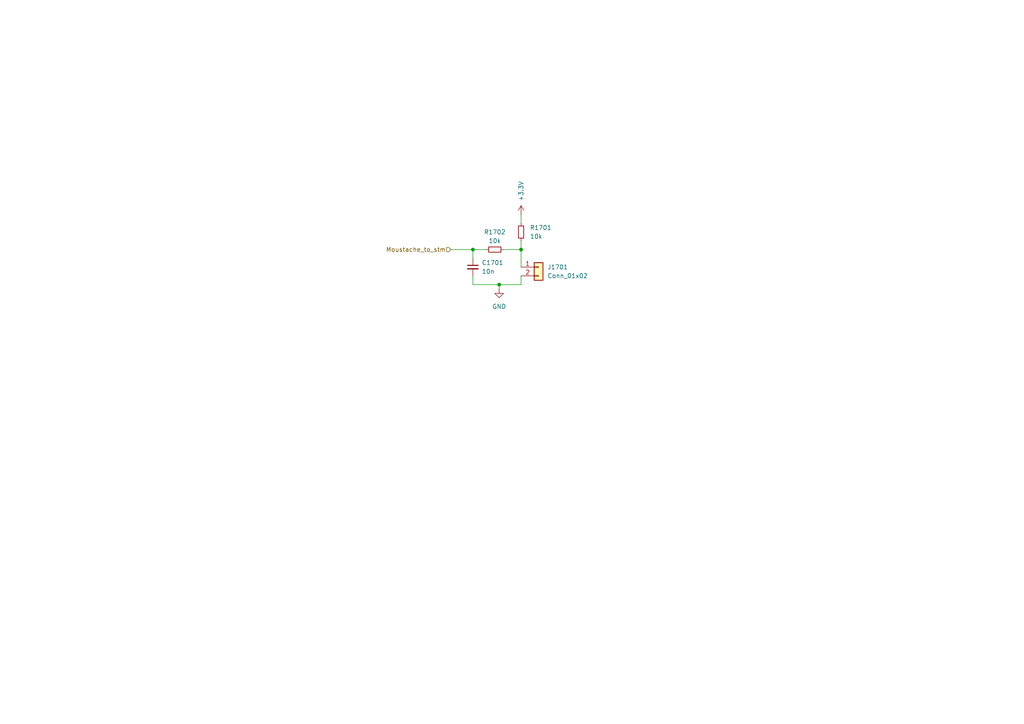
<source format=kicad_sch>
(kicad_sch (version 20231120) (generator "eeschema") (generator_version "8.0")
  (paper "A4")
  (lib_symbols
    (symbol "Connector_Generic:Conn_01x02" (pin_names (offset 1.016) hide)
      (property "Reference" "J" (at 0 2.54 0))
      (property "Value" "Conn_01x02" (at 0 -5.08 0))
      (symbol "Conn_01x02_1_1"
        (rectangle (start -1.27 -2.413) (end 0 -2.667) (stroke (width 0.1524)))
        (rectangle (start -1.27 0.127) (end 0 -0.127) (stroke (width 0.1524)))
        (rectangle (start -1.27 1.27) (end 1.27 -3.81) (stroke (width 0.254)) (fill (type background)))
        (pin passive line (at -5.08 0 0) (length 3.81) (name "Pin_1") (number "1"))
        (pin passive line (at -5.08 -2.54 0) (length 3.81) (name "Pin_2") (number "2"))
      )
    )
    (symbol "Device:C_Small" (pin_numbers hide) (pin_names (offset 0.254) hide)
      (property "Reference" "C" (at 0.254 1.778 0))
      (property "Value" "C_Small" (at 0.254 -2.032 0))
      (symbol "C_Small_0_1"
        (polyline (pts (xy -1.524 -0.508) (xy 1.524 -0.508)) (stroke (width 0.3302)))
        (polyline (pts (xy -1.524 0.508) (xy 1.524 0.508)) (stroke (width 0.3048)))
      )
      (symbol "C_Small_1_1"
        (pin passive line (at 0 2.54 270) (length 2.032) (name "~") (number "1"))
        (pin passive line (at 0 -2.54 90) (length 2.032) (name "~") (number "2"))
      )
    )
    (symbol "Device:R_Small" (pin_numbers hide) (pin_names (offset 0.254) hide)
      (property "Reference" "R" (at 0.762 0.508 0))
      (property "Value" "R_Small" (at 0.762 -1.016 0))
      (symbol "R_Small_0_1"
        (rectangle (start -0.762 1.778) (end 0.762 -1.778) (stroke (width 0.2032)))
      )
      (symbol "R_Small_1_1"
        (pin passive line (at 0 2.54 270) (length 0.762) (name "~") (number "1"))
        (pin passive line (at 0 -2.54 90) (length 0.762) (name "~") (number "2"))
      )
    )
    (symbol "power:+3.3V" (power) (pin_names (offset 0))
      (property "Value" "+3.3V" (at 0 3.556 0))
      (symbol "+3.3V_0_1"
        (polyline (pts (xy -0.762 1.27) (xy 0 2.54)))
        (polyline (pts (xy 0 0) (xy 0 2.54)))
        (polyline (pts (xy 0 2.54) (xy 0.762 1.27)))
      )
      (symbol "+3.3V_1_1"
        (pin power_in line (at 0 0 90) (length 0) hide (name "+3.3V") (number "1"))
      )
    )
    (symbol "power:GND" (power) (pin_numbers hide) (pin_names (offset 0) hide)
      (property "Value" "GND" (at 0 -3.81 0))
      (symbol "GND_0_1"
        (polyline (pts (xy 0 0) (xy 0 -1.27) (xy 1.27 -1.27) (xy 0 -2.54) (xy -1.27 -1.27) (xy 0 -1.27)))
      )
      (symbol "GND_1_1"
        (pin power_in line (at 0 0 270) (length 0) (name "~") (number "1"))
      )
    )
  )
  (junction (at 137.16 72.39))
  (junction (at 144.78 82.55))
  (junction (at 151.13 72.39))
  (wire (pts (xy 151.13 82.55) (xy 151.13 80.01)))
  (wire (pts (xy 144.78 83.82) (xy 144.78 82.55)))
  (wire (pts (xy 137.16 72.39) (xy 140.97 72.39)))
  (wire (pts (xy 130.81 72.39) (xy 137.16 72.39)))
  (wire (pts (xy 144.78 82.55) (xy 151.13 82.55)))
  (wire (pts (xy 137.16 82.55) (xy 144.78 82.55)))
  (wire (pts (xy 151.13 77.47) (xy 151.13 72.39)))
  (wire (pts (xy 146.05 72.39) (xy 151.13 72.39)))
  (wire (pts (xy 151.13 69.85) (xy 151.13 72.39)))
  (wire (pts (xy 151.13 62.23) (xy 151.13 64.77)))
  (wire (pts (xy 137.16 72.39) (xy 137.16 74.93)))
  (wire (pts (xy 137.16 80.01) (xy 137.16 82.55)))
  (hierarchical_label "Moustache_to_stm" (shape input) (at 130.81 72.39 180))
  (symbol (lib_id "Device:R_Small") (at 143.51 72.39 90) (unit 1)
    (property "Reference" "R1702" (at 143.51 67.31 90))
    (property "Value" "10k" (at 143.51 69.85 90))
    (property "Footprint" "Resistor_SMD:R_0402_1005Metric" (effects (hide yes)))
    (property "Description" "Resistor, small symbol" (effects (hide yes)))
    (instances (project "Tom&Jerry_PCB" (path "" (reference "R1702") (unit 1)) (path "" (reference "R1302") (unit 1)) (path "" (reference "R1602") (unit 1)) (path "" (reference "R1502") (unit 1))))
  )
  (symbol (lib_id "Connector_Generic:Conn_01x02") (at 156.21 77.47 0) (unit 1)
    (property "Reference" "J1701" (at 158.75 77.4699 0) (effects (justify left)))
    (property "Value" "Conn_01x02" (at 158.75 80.0099 0) (effects (justify left)))
    (property "Footprint" "Connector_JST:JST_XH_S2B-XH-A-1_1x02_P2.50mm_Horizontal" (effects (hide yes)))
    (property "Description" "Generic connector, single row, 01x02, script generated (kicad-library-utils/schlib/autogen/connector/)" (effects (hide yes)))
    (instances (project "Tom&Jerry_PCB" (path "" (reference "J1701") (unit 1)) (path "" (reference "J1301") (unit 1)) (path "" (reference "J1601") (unit 1)) (path "" (reference "J1501") (unit 1))))
  )
  (symbol (lib_id "Device:R_Small") (at 151.13 67.31 0) (unit 1)
    (property "Reference" "R1701" (at 153.67 66.0399 0) (effects (justify left)))
    (property "Value" "10k" (at 153.67 68.5799 0) (effects (justify left)))
    (property "Footprint" "Resistor_SMD:R_0402_1005Metric" (effects (hide yes)))
    (property "Description" "Resistor, small symbol" (effects (hide yes)))
    (instances (project "Tom&Jerry_PCB" (path "" (reference "R1701") (unit 1)) (path "" (reference "R1301") (unit 1)) (path "" (reference "R1601") (unit 1)) (path "" (reference "R1501") (unit 1))))
  )
  (symbol (lib_id "power:GND") (at 144.78 83.82 0) (unit 1)
    (property "Reference" "#PWR01702" (effects (hide yes)))
    (property "Value" "GND" (at 144.78 88.9 0))
    (property "Description" "Power symbol creates a global label with name \"GND\" , ground" (effects (hide yes)))
    (instances (project "Tom&Jerry_PCB" (path "" (reference "#PWR01702") (unit 1)) (path "" (reference "#PWR01302") (unit 1)) (path "" (reference "#PWR01602") (unit 1)) (path "" (reference "#PWR01502") (unit 1))))
  )
  (symbol (lib_id "Device:C_Small") (at 137.16 77.47 0) (unit 1)
    (property "Reference" "C1701" (at 139.7 76.2062 0) (effects (justify left)))
    (property "Value" "10n" (at 139.7 78.7462 0) (effects (justify left)))
    (property "Footprint" "Capacitor_SMD:C_0402_1005Metric" (effects (hide yes)))
    (property "Description" "Unpolarized capacitor, small symbol" (effects (hide yes)))
    (instances (project "Tom&Jerry_PCB" (path "" (reference "C1701") (unit 1)) (path "" (reference "C1301") (unit 1)) (path "" (reference "C1601") (unit 1)) (path "" (reference "C1501") (unit 1))))
  )
  (symbol (lib_id "power:+3.3V") (at 151.13 62.23 0) (unit 1)
    (property "Reference" "#PWR01701" (effects (hide yes)))
    (property "Value" "+3.3V" (at 151.1301 58.42 90) (effects (justify left)))
    (instances (project "Tom&Jerry_PCB" (path "" (reference "#PWR01701") (unit 1)) (path "" (reference "#PWR01301") (unit 1)) (path "" (reference "#PWR01601") (unit 1)) (path "" (reference "#PWR01501") (unit 1))))
  )
)
</source>
